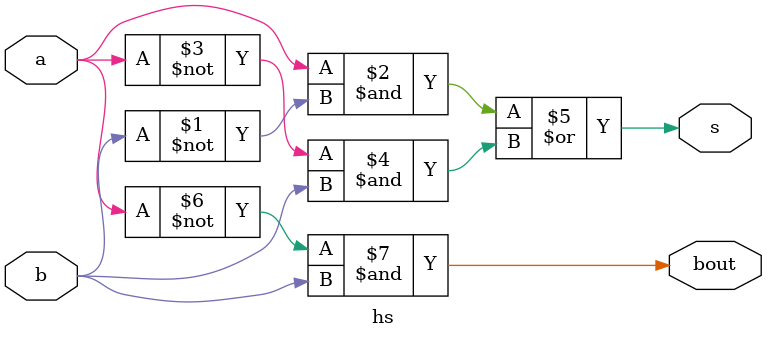
<source format=v>
`timescale 1ns / 1ps


module hs(
    input a, b,
    output s, bout
    );
    
    assign s = ((a&~b)|(~a&b));
    assign bout = (~a)&b;

    
endmodule

</source>
